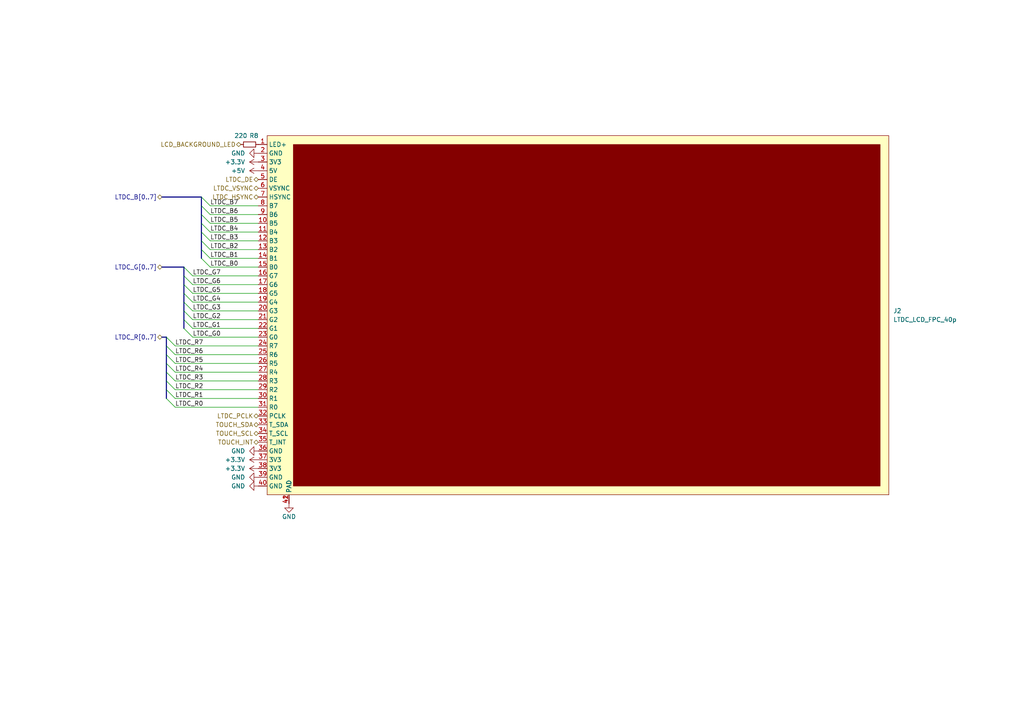
<source format=kicad_sch>
(kicad_sch (version 20230121) (generator eeschema)
  (paper "A4")
  (lib_symbols
    (symbol "Anh_Symbols:LTDC_LCD_FPC_40p"
      (property "Reference" "J" (at 11.43 2.54 0))
      (property "Value" "LTDC_LCD_FPC_40p" (at 11.43 0 0))
      (symbol "LTDC_LCD_FPC_40p_0_1"
        (rectangle (start 2.54 -1.27) (end 182.88 -105.41) (fill (type background)))
        (rectangle (start 10.16 -3.81) (end 180.34 -102.87) (fill (type outline)))
      )
      (symbol "LTDC_LCD_FPC_40p_1_1"
        (pin input line (at 0 -3.81 0) (length 2.54) (name "LED+") (number "1"))
        (pin input line (at 0 -26.67 0) (length 2.54) (name "B5") (number "10"))
        (pin input line (at 0 -29.21 0) (length 2.54) (name "B4") (number "11"))
        (pin input line (at 0 -31.75 0) (length 2.54) (name "B3") (number "12"))
        (pin input line (at 0 -34.29 0) (length 2.54) (name "B2") (number "13"))
        (pin input line (at 0 -36.83 0) (length 2.54) (name "B1") (number "14"))
        (pin input line (at 0 -39.37 0) (length 2.54) (name "B0") (number "15"))
        (pin input line (at 0 -41.91 0) (length 2.54) (name "G7") (number "16"))
        (pin input line (at 0 -44.45 0) (length 2.54) (name "G6") (number "17"))
        (pin input line (at 0 -46.99 0) (length 2.54) (name "G5") (number "18"))
        (pin input line (at 0 -49.53 0) (length 2.54) (name "G4") (number "19"))
        (pin input line (at 0 -6.35 0) (length 2.54) (name "GND") (number "2"))
        (pin input line (at 0 -52.07 0) (length 2.54) (name "G3") (number "20"))
        (pin input line (at 0 -54.61 0) (length 2.54) (name "G2") (number "21"))
        (pin input line (at 0 -57.15 0) (length 2.54) (name "G1") (number "22"))
        (pin input line (at 0 -59.69 0) (length 2.54) (name "G0") (number "23"))
        (pin input line (at 0 -62.23 0) (length 2.54) (name "R7") (number "24"))
        (pin input line (at 0 -64.77 0) (length 2.54) (name "R6") (number "25"))
        (pin input line (at 0 -67.31 0) (length 2.54) (name "R5") (number "26"))
        (pin input line (at 0 -69.85 0) (length 2.54) (name "R4") (number "27"))
        (pin input line (at 0 -72.39 0) (length 2.54) (name "R3") (number "28"))
        (pin input line (at 0 -74.93 0) (length 2.54) (name "R2") (number "29"))
        (pin input line (at 0 -8.89 0) (length 2.54) (name "3V3") (number "3"))
        (pin input line (at 0 -77.47 0) (length 2.54) (name "R1") (number "30"))
        (pin input line (at 0 -80.01 0) (length 2.54) (name "R0") (number "31"))
        (pin input line (at 0 -82.55 0) (length 2.54) (name "PCLK") (number "32"))
        (pin input line (at 0 -85.09 0) (length 2.54) (name "T_SDA") (number "33"))
        (pin input line (at 0 -87.63 0) (length 2.54) (name "T_SCL") (number "34"))
        (pin input line (at 0 -90.17 0) (length 2.54) (name "T_INT") (number "35"))
        (pin input line (at 0 -92.71 0) (length 2.54) (name "GND") (number "36"))
        (pin input line (at 0 -95.25 0) (length 2.54) (name "3V3") (number "37"))
        (pin input line (at 0 -97.79 0) (length 2.54) (name "3V3") (number "38"))
        (pin input line (at 0 -100.33 0) (length 2.54) (name "GND") (number "39"))
        (pin input line (at 0 -11.43 0) (length 2.54) (name "5V") (number "4"))
        (pin input line (at 0 -102.87 0) (length 2.54) (name "GND") (number "40"))
        (pin input line (at 8.89 -107.95 90) (length 2.54) (name "PAD") (number "41"))
        (pin input line (at 8.89 -107.95 90) (length 2.54) (name "PAD") (number "42"))
        (pin input line (at 0 -13.97 0) (length 2.54) (name "DE") (number "5"))
        (pin input line (at 0 -16.51 0) (length 2.54) (name "VSYNC") (number "6"))
        (pin input line (at 0 -19.05 0) (length 2.54) (name "HSYNC") (number "7"))
        (pin input line (at 0 -21.59 0) (length 2.54) (name "B7") (number "8"))
        (pin input line (at 0 -24.13 0) (length 2.54) (name "B6") (number "9"))
      )
    )
    (symbol "Device:R_Small" (pin_numbers hide) (pin_names (offset 0.254) hide)
      (property "Reference" "R" (at 0.762 0.508 0))
      (property "Value" "R_Small" (at 0.762 -1.016 0))
      (symbol "R_Small_0_1"
        (rectangle (start -0.762 1.778) (end 0.762 -1.778) (stroke (width 0.2032)))
      )
      (symbol "R_Small_1_1"
        (pin passive line (at 0 2.54 270) (length 0.762) (name "~") (number "1"))
        (pin passive line (at 0 -2.54 90) (length 0.762) (name "~") (number "2"))
      )
    )
    (symbol "power:+3.3V" (power) (pin_names (offset 0))
      (property "Value" "+3.3V" (at 0 3.556 0))
      (symbol "+3.3V_0_1"
        (polyline (pts (xy -0.762 1.27) (xy 0 2.54)))
        (polyline (pts (xy 0 0) (xy 0 2.54)))
        (polyline (pts (xy 0 2.54) (xy 0.762 1.27)))
      )
      (symbol "+3.3V_1_1"
        (pin power_in line (at 0 0 90) (length 0) hide (name "+3.3V") (number "1"))
      )
    )
    (symbol "power:+5V" (power) (pin_names (offset 0))
      (property "Value" "+5V" (at 0 3.556 0))
      (symbol "+5V_0_1"
        (polyline (pts (xy -0.762 1.27) (xy 0 2.54)))
        (polyline (pts (xy 0 0) (xy 0 2.54)))
        (polyline (pts (xy 0 2.54) (xy 0.762 1.27)))
      )
      (symbol "+5V_1_1"
        (pin power_in line (at 0 0 90) (length 0) hide (name "+5V") (number "1"))
      )
    )
    (symbol "power:GND" (power) (pin_names (offset 0))
      (property "Value" "GND" (at 0 -3.81 0))
      (symbol "GND_0_1"
        (polyline (pts (xy 0 0) (xy 0 -1.27) (xy 1.27 -1.27) (xy 0 -2.54) (xy -1.27 -1.27) (xy 0 -1.27)))
      )
      (symbol "GND_1_1"
        (pin power_in line (at 0 0 270) (length 0) hide (name "GND") (number "1"))
      )
    )
  )
  (bus_entry (at 55.88 95.25) (size -2.54 -2.54))
  (bus_entry (at 55.88 92.71) (size -2.54 -2.54))
  (bus_entry (at 60.96 72.39) (size -2.54 -2.54))
  (bus_entry (at 60.96 67.31) (size -2.54 -2.54))
  (bus_entry (at 55.88 80.01) (size -2.54 -2.54))
  (bus_entry (at 55.88 90.17) (size -2.54 -2.54))
  (bus_entry (at 50.8 115.57) (size -2.54 -2.54))
  (bus_entry (at 60.96 69.85) (size -2.54 -2.54))
  (bus_entry (at 50.8 102.87) (size -2.54 -2.54))
  (bus_entry (at 55.88 85.09) (size -2.54 -2.54))
  (bus_entry (at 50.8 107.95) (size -2.54 -2.54))
  (bus_entry (at 55.88 97.79) (size -2.54 -2.54))
  (bus_entry (at 50.8 118.11) (size -2.54 -2.54))
  (bus_entry (at 60.96 62.23) (size -2.54 -2.54))
  (bus_entry (at 60.96 77.47) (size -2.54 -2.54))
  (bus_entry (at 50.8 105.41) (size -2.54 -2.54))
  (bus_entry (at 55.88 82.55) (size -2.54 -2.54))
  (bus_entry (at 60.96 74.93) (size -2.54 -2.54))
  (bus_entry (at 50.8 100.33) (size -2.54 -2.54))
  (bus_entry (at 50.8 113.03) (size -2.54 -2.54))
  (bus_entry (at 55.88 87.63) (size -2.54 -2.54))
  (bus_entry (at 50.8 110.49) (size -2.54 -2.54))
  (bus_entry (at 60.96 64.77) (size -2.54 -2.54))
  (bus_entry (at 60.96 59.69) (size -2.54 -2.54))
  (bus (pts (xy 48.26 97.79) (xy 46.99 97.79)))
  (wire (pts (xy 50.8 115.57) (xy 74.93 115.57)))
  (bus (pts (xy 48.26 110.49) (xy 48.26 107.95)))
  (wire (pts (xy 55.88 95.25) (xy 74.93 95.25)))
  (bus (pts (xy 58.42 69.85) (xy 58.42 67.31)))
  (bus (pts (xy 53.34 85.09) (xy 53.34 82.55)))
  (bus (pts (xy 58.42 57.15) (xy 46.99 57.15)))
  (wire (pts (xy 55.88 87.63) (xy 74.93 87.63)))
  (bus (pts (xy 48.26 102.87) (xy 48.26 100.33)))
  (bus (pts (xy 48.26 105.41) (xy 48.26 102.87)))
  (bus (pts (xy 48.26 113.03) (xy 48.26 110.49)))
  (bus (pts (xy 58.42 59.69) (xy 58.42 57.15)))
  (bus (pts (xy 53.34 92.71) (xy 53.34 90.17)))
  (bus (pts (xy 48.26 115.57) (xy 48.26 113.03)))
  (wire (pts (xy 50.8 100.33) (xy 74.93 100.33)))
  (wire (pts (xy 60.96 77.47) (xy 74.93 77.47)))
  (bus (pts (xy 58.42 62.23) (xy 58.42 59.69)))
  (wire (pts (xy 55.88 92.71) (xy 74.93 92.71)))
  (wire (pts (xy 60.96 62.23) (xy 74.93 62.23)))
  (wire (pts (xy 55.88 80.01) (xy 74.93 80.01)))
  (wire (pts (xy 60.96 74.93) (xy 74.93 74.93)))
  (bus (pts (xy 53.34 95.25) (xy 53.34 92.71)))
  (bus (pts (xy 58.42 67.31) (xy 58.42 64.77)))
  (wire (pts (xy 55.88 90.17) (xy 74.93 90.17)))
  (wire (pts (xy 60.96 59.69) (xy 74.93 59.69)))
  (bus (pts (xy 48.26 107.95) (xy 48.26 105.41)))
  (wire (pts (xy 50.8 102.87) (xy 74.93 102.87)))
  (bus (pts (xy 53.34 90.17) (xy 53.34 87.63)))
  (bus (pts (xy 53.34 80.01) (xy 53.34 77.47)))
  (wire (pts (xy 55.88 82.55) (xy 74.93 82.55)))
  (bus (pts (xy 58.42 74.93) (xy 58.42 72.39)))
  (wire (pts (xy 60.96 72.39) (xy 74.93 72.39)))
  (bus (pts (xy 53.34 87.63) (xy 53.34 85.09)))
  (wire (pts (xy 50.8 118.11) (xy 74.93 118.11)))
  (wire (pts (xy 50.8 113.03) (xy 74.93 113.03)))
  (wire (pts (xy 50.8 107.95) (xy 74.93 107.95)))
  (wire (pts (xy 60.96 67.31) (xy 74.93 67.31)))
  (wire (pts (xy 55.88 85.09) (xy 74.93 85.09)))
  (wire (pts (xy 50.8 105.41) (xy 74.93 105.41)))
  (wire (pts (xy 55.88 97.79) (xy 74.93 97.79)))
  (wire (pts (xy 60.96 69.85) (xy 74.93 69.85)))
  (bus (pts (xy 53.34 77.47) (xy 46.99 77.47)))
  (bus (pts (xy 58.42 72.39) (xy 58.42 69.85)))
  (wire (pts (xy 50.8 110.49) (xy 74.93 110.49)))
  (bus (pts (xy 48.26 100.33) (xy 48.26 97.79)))
  (bus (pts (xy 58.42 64.77) (xy 58.42 62.23)))
  (bus (pts (xy 53.34 82.55) (xy 53.34 80.01)))
  (wire (pts (xy 60.96 64.77) (xy 74.93 64.77)))
  (label "LTDC_B3" (at 60.96 69.85 0))
  (label "LTDC_R4" (at 50.8 107.95 0))
  (label "LTDC_G6" (at 55.88 82.55 0))
  (label "LTDC_G7" (at 55.88 80.01 0))
  (label "LTDC_G1" (at 55.88 95.25 0))
  (label "LTDC_B2" (at 60.96 72.39 0))
  (label "LTDC_G0" (at 55.88 97.79 0))
  (label "LTDC_B1" (at 60.96 74.93 0))
  (label "LTDC_R0" (at 50.8 118.11 0))
  (label "LTDC_R7" (at 50.8 100.33 0))
  (label "LTDC_G5" (at 55.88 85.09 0))
  (label "LTDC_B5" (at 60.96 64.77 0))
  (label "LTDC_G2" (at 55.88 92.71 0))
  (label "LTDC_B4" (at 60.96 67.31 0))
  (label "LTDC_B6" (at 60.96 62.23 0))
  (label "LTDC_R2" (at 50.8 113.03 0))
  (label "LTDC_R1" (at 50.8 115.57 0))
  (label "LTDC_R6" (at 50.8 102.87 0))
  (label "LTDC_B7" (at 60.96 59.69 0))
  (label "LTDC_G4" (at 55.88 87.63 0))
  (label "LTDC_R5" (at 50.8 105.41 0))
  (label "LTDC_R3" (at 50.8 110.49 0))
  (label "LTDC_B0" (at 60.96 77.47 0))
  (label "LTDC_G3" (at 55.88 90.17 0))
  (hierarchical_label "LTDC_B[0..7]" (shape bidirectional) (at 46.99 57.15 180))
  (hierarchical_label "LTDC_PCLK" (shape bidirectional) (at 74.93 120.65 180))
  (hierarchical_label "LTDC_R[0..7]" (shape bidirectional) (at 46.99 97.79 180))
  (hierarchical_label "LTDC_HSYNC" (shape bidirectional) (at 74.93 57.15 180))
  (hierarchical_label "TOUCH_SCL" (shape bidirectional) (at 74.93 125.73 180))
  (hierarchical_label "TOUCH_SDA" (shape bidirectional) (at 74.93 123.19 180))
  (hierarchical_label "TOUCH_INT" (shape bidirectional) (at 74.93 128.27 180))
  (hierarchical_label "LTDC_DE" (shape bidirectional) (at 74.93 52.07 180))
  (hierarchical_label "LTDC_VSYNC" (shape bidirectional) (at 74.93 54.61 180))
  (hierarchical_label "LTDC_G[0..7]" (shape bidirectional) (at 46.99 77.47 180))
  (hierarchical_label "LCD_BACKGROUND_LED" (shape bidirectional) (at 69.85 41.91 180))
  (symbol (lib_id "power:GND") (at 74.93 140.97 270) (unit 1)
    (property "Reference" "#PWR043" (effects hide))
    (property "Value" "GND" (at 71.12 140.9699 90) (effects (justify right)))
  )
  (symbol (lib_id "power:+3.3V") (at 74.93 135.89 90) (unit 1)
    (property "Reference" "#PWR039" (effects hide))
    (property "Value" "+3.3V" (at 71.12 135.8899 90) (effects (justify left)))
  )
  (symbol (lib_id "power:+3.3V") (at 74.93 46.99 90) (unit 1)
    (property "Reference" "#PWR041" (effects hide))
    (property "Value" "+3.3V" (at 71.12 46.9899 90) (effects (justify left)))
  )
  (symbol (lib_id "power:GND") (at 83.82 146.05 0) (unit 1)
    (property "Reference" "#PWR047" (effects hide))
    (property "Value" "GND" (at 83.82 149.86 0))
  )
  (symbol (lib_id "power:+5V") (at 74.93 49.53 90) (mirror x) (unit 1)
    (property "Reference" "#PWR046" (effects hide))
    (property "Value" "+5V" (at 71.12 49.5301 90) (effects (justify left)))
  )
  (symbol (lib_id "power:GND") (at 74.93 138.43 270) (mirror x) (unit 1)
    (property "Reference" "#PWR045" (effects hide))
    (property "Value" "GND" (at 71.12 138.4301 90) (effects (justify right)))
  )
  (symbol (lib_id "power:GND") (at 74.93 130.81 270) (unit 1)
    (property "Reference" "#PWR042" (effects hide))
    (property "Value" "GND" (at 71.12 130.8099 90) (effects (justify right)))
  )
  (symbol (lib_id "power:+3.3V") (at 74.93 133.35 90) (unit 1)
    (property "Reference" "#PWR044" (effects hide))
    (property "Value" "+3.3V" (at 71.12 133.3499 90) (effects (justify left)))
  )
  (symbol (lib_id "Device:R_Small") (at 72.39 41.91 90) (unit 1)
    (property "Reference" "R8" (at 73.66 39.37 90))
    (property "Value" "220" (at 69.85 39.37 90))
    (property "Footprint" "Anh_Footprints:R_0603" (effects hide))
  )
  (symbol (lib_id "Anh_Symbols:LTDC_LCD_FPC_40p") (at 74.93 38.1 0) (unit 1)
    (property "Reference" "J2" (at 259.08 90.1699 0) (effects (justify left)))
    (property "Value" "LTDC_LCD_FPC_40p" (at 259.08 92.7099 0) (effects (justify left)))
    (property "Footprint" "Anh_Footprints:FPC_40p_Vertical" (effects hide))
  )
  (symbol (lib_id "power:GND") (at 74.93 44.45 270) (unit 1)
    (property "Reference" "#PWR040" (effects hide))
    (property "Value" "GND" (at 71.12 44.4499 90) (effects (justify right)))
  )
)
</source>
